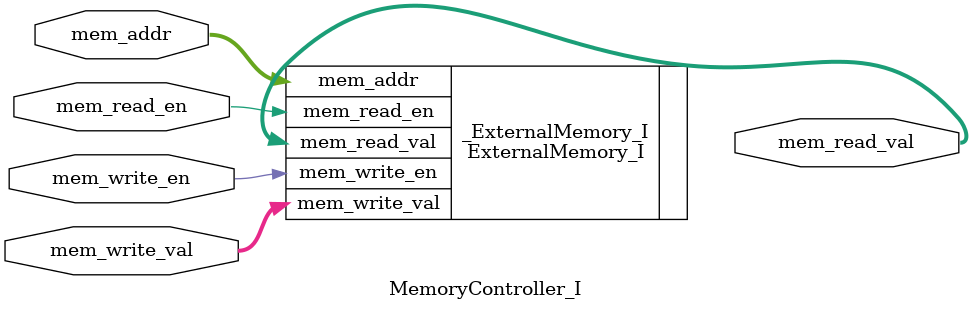
<source format=v>
`ifndef __MEMORYCONTROLLER_I_V__
`define __MEMORYCONTROLLER_I_V__

`include "ExternalMemory_I.v"

module MemoryController_I # (
	parameter MEM_WIDTH = 32,
	parameter MEM_SIZE = 256
	)	(
	input wire [$clog2(MEM_SIZE)-1:0] mem_addr,
	input wire mem_read_en,
	input wire mem_write_en,
	output wire [MEM_WIDTH-1:0] mem_read_val,
	input wire [MEM_WIDTH-1:0] mem_write_val
	);

	ExternalMemory_I # (
		.MEM_WIDTH(MEM_WIDTH),
		.MEM_SIZE(MEM_SIZE)
	) _ExternalMemory_I (
		.mem_addr(mem_addr),
		.mem_read_en(mem_read_en),
		.mem_write_en(mem_write_en),
		.mem_read_val(mem_read_val),
		.mem_write_val(mem_write_val)
	);

endmodule

`endif /*__MEMORYCONTROLLER_I_V__*/
</source>
